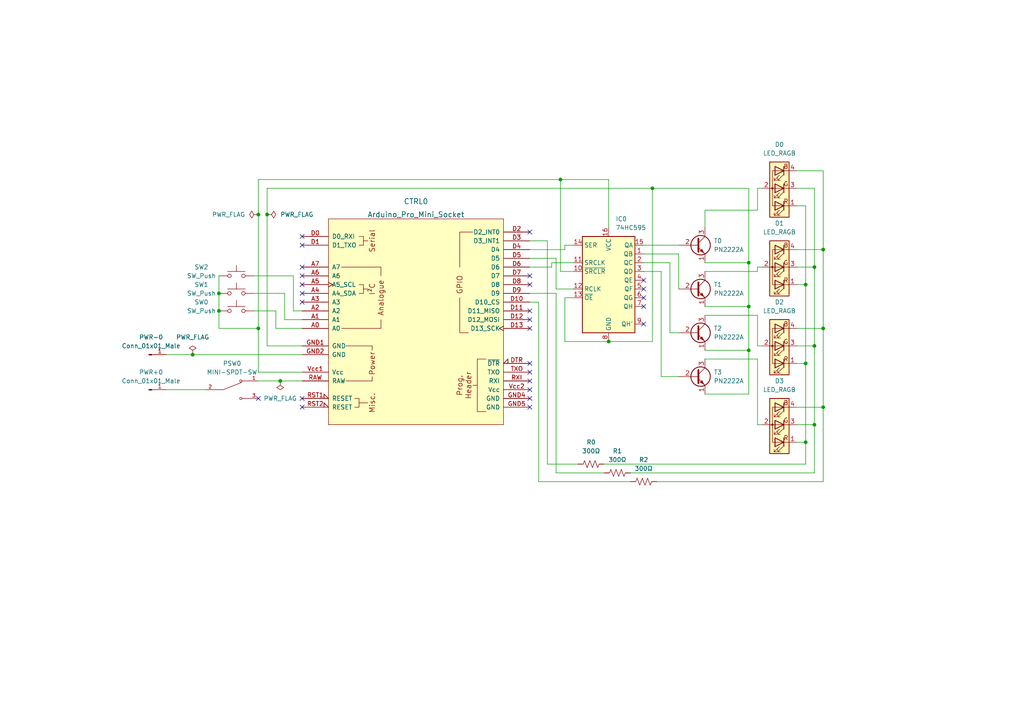
<source format=kicad_sch>
(kicad_sch (version 20211123) (generator eeschema)
  (paper "A4")
  (title_block (title "ath.ino") (date "2023-02-01") (rev "Original") (company "shawnd.xyz") (comment 1 "See github.com/shawnduong/ath for the code."))
  (lib_symbols
    (symbol "74xx:74HC595"
      (property "Reference" "U" (at -7.62 13.97 0))
      (property "Value" "74HC595" (at -7.62 -16.51 0))
      (symbol "74HC595_1_0"
        (pin tri_state line (at 10.16 7.62 180) (length 2.54) (name "QB") (number "1"))
        (pin input line (at -10.16 2.54 0) (length 2.54) (name "~{SRCLR}") (number "10"))
        (pin input line (at -10.16 5.08 0) (length 2.54) (name "SRCLK") (number "11"))
        (pin input line (at -10.16 -2.54 0) (length 2.54) (name "RCLK") (number "12"))
        (pin input line (at -10.16 -5.08 0) (length 2.54) (name "~{OE}") (number "13"))
        (pin input line (at -10.16 10.16 0) (length 2.54) (name "SER") (number "14"))
        (pin tri_state line (at 10.16 10.16 180) (length 2.54) (name "QA") (number "15"))
        (pin power_in line (at 0 15.24 270) (length 2.54) (name "VCC") (number "16"))
        (pin tri_state line (at 10.16 5.08 180) (length 2.54) (name "QC") (number "2"))
        (pin tri_state line (at 10.16 2.54 180) (length 2.54) (name "QD") (number "3"))
        (pin tri_state line (at 10.16 0 180) (length 2.54) (name "QE") (number "4"))
        (pin tri_state line (at 10.16 -2.54 180) (length 2.54) (name "QF") (number "5"))
        (pin tri_state line (at 10.16 -5.08 180) (length 2.54) (name "QG") (number "6"))
        (pin tri_state line (at 10.16 -7.62 180) (length 2.54) (name "QH") (number "7"))
        (pin power_in line (at 0 -17.78 90) (length 2.54) (name "GND") (number "8"))
        (pin output line (at 10.16 -12.7 180) (length 2.54) (name "QH'") (number "9"))
      )
      (symbol "74HC595_1_1"
        (rectangle (start -7.62 12.7) (end 7.62 -15.24) (stroke (width 0.254)) (fill (type background)))
      )
    )
    (symbol "Arduino_Library:Arduino_Pro_Mini_Socket" (pin_names (offset 1.016))
      (property "Reference" "XA" (at 2.54 0 90))
      (property "Value" "Arduino_Pro_Mini_Socket" (at -2.54 0 90))
      (symbol "Arduino_Pro_Mini_Socket_0_0"
        (rectangle (start -25.4 30.48) (end 25.4 -29.21) (fill (type background)))
        (polyline (pts (xy -15.24 10.16) (xy -13.97 10.16)))
        (polyline (pts (xy -15.24 24.13) (xy -13.97 24.13)))
        (polyline (pts (xy -13.97 -22.86) (xy -16.51 -22.86)))
        (polyline (pts (xy -20.32 -16.51) (xy -12.7 -16.51) (xy -12.7 -15.24)))
        (polyline (pts (xy -12.7 -7.62) (xy -12.7 -6.35) (xy -20.32 -6.35)))
        (polyline (pts (xy -10.16 1.27) (xy -10.16 -1.27) (xy -21.59 -1.27)))
        (polyline (pts (xy -10.16 13.97) (xy -10.16 16.51) (xy -21.59 16.51)))
        (polyline (pts (xy -16.51 11.43) (xy -15.24 11.43) (xy -15.24 8.89) (xy -16.51 8.89)))
        (polyline (pts (xy -16.51 25.4) (xy -15.24 25.4) (xy -15.24 22.86) (xy -16.51 22.86)))
        (polyline (pts (xy 20.32 -10.16) (xy 17.78 -10.16) (xy 17.78 -16.51) (xy 17.78 -17.78) (xy 16.51 -17.78) (xy 17.78 -17.78) (xy 17.78 -25.4) (xy 20.32 -25.4)))
        (text "Analogue" (at -10.16 7.62 900) (effects (font (size 1.524 1.524))))
        (text "Header" (at 15.24 -17.78 900) (effects (font (size 1.524 1.524))))
        (text "I²C" (at -12.7 10.16 900) (effects (font (size 1.524 1.524))))
        (text "Misc." (at -12.7 -22.86 900) (effects (font (size 1.524 1.524))))
        (text "Power" (at -12.7 -11.43 900) (effects (font (size 1.524 1.524))))
        (text "Prog." (at 12.7 -17.78 900) (effects (font (size 1.524 1.524))))
        (text "Serial" (at -12.7 24.13 900) (effects (font (size 1.524 1.524))))
      )
      (symbol "Arduino_Pro_Mini_Socket_0_1"
        (polyline (pts (xy 15.24 -2.54) (xy 12.7 -2.54) (xy 12.7 7.62)))
        (polyline (pts (xy 16.51 26.67) (xy 12.7 26.67) (xy 12.7 16.51)))
        (polyline (pts (xy -17.78 -24.13) (xy -16.51 -24.13) (xy -16.51 -21.59) (xy -17.78 -21.59)))
      )
      (symbol "Arduino_Pro_Mini_Socket_1_0"
        (text "GPIO" (at 12.7 11.43 900) (effects (font (size 1.524 1.524))))
      )
      (symbol "Arduino_Pro_Mini_Socket_1_1"
        (pin bidirectional line (at -33.02 -1.27 0) (length 7.62) (name "A0") (number "A0"))
        (pin bidirectional line (at -33.02 1.27 0) (length 7.62) (name "A1") (number "A1"))
        (pin bidirectional line (at -33.02 3.81 0) (length 7.62) (name "A2") (number "A2"))
        (pin bidirectional line (at -33.02 6.35 0) (length 7.62) (name "A3") (number "A3"))
        (pin bidirectional line (at -33.02 8.89 0) (length 7.62) (name "A4_SDA") (number "A4"))
        (pin bidirectional clock (at -33.02 11.43 0) (length 7.62) (name "A5_SCL") (number "A5"))
        (pin input line (at -33.02 13.97 0) (length 7.62) (name "A6") (number "A6"))
        (pin input line (at -33.02 16.51 0) (length 7.62) (name "A7") (number "A7"))
        (pin bidirectional line (at -33.02 25.4 0) (length 7.62) (name "D0_RXI") (number "D0"))
        (pin bidirectional line (at -33.02 22.86 0) (length 7.62) (name "D1_TXO") (number "D1"))
        (pin bidirectional line (at 33.02 6.35 180) (length 7.62) (name "D10_CS") (number "D10"))
        (pin bidirectional line (at 33.02 3.81 180) (length 7.62) (name "D11_MISO") (number "D11"))
        (pin bidirectional line (at 33.02 1.27 180) (length 7.62) (name "D12_MOSI") (number "D12"))
        (pin bidirectional clock (at 33.02 -1.27 180) (length 7.62) (name "D13_SCK") (number "D13"))
        (pin bidirectional line (at 33.02 26.67 180) (length 7.62) (name "D2_INT0") (number "D2"))
        (pin bidirectional line (at 33.02 24.13 180) (length 7.62) (name "D3_INT1") (number "D3"))
        (pin bidirectional line (at 33.02 21.59 180) (length 7.62) (name "D4") (number "D4"))
        (pin bidirectional line (at 33.02 19.05 180) (length 7.62) (name "D5") (number "D5"))
        (pin bidirectional line (at 33.02 16.51 180) (length 7.62) (name "D6") (number "D6"))
        (pin bidirectional line (at 33.02 13.97 180) (length 7.62) (name "D7") (number "D7"))
        (pin bidirectional line (at 33.02 11.43 180) (length 7.62) (name "D8") (number "D8"))
        (pin bidirectional line (at 33.02 8.89 180) (length 7.62) (name "D9") (number "D9"))
        (pin input input_low (at 33.02 -11.43 180) (length 7.62) (name "~{DTR}") (number "DTR"))
        (pin power_in line (at -33.02 -6.35 0) (length 7.62) (name "GND") (number "GND1"))
        (pin power_in line (at -33.02 -8.89 0) (length 7.62) (name "GND") (number "GND2"))
        (pin power_in line (at 33.02 -21.59 180) (length 7.62) (name "GND") (number "GND4"))
        (pin power_in line (at 33.02 -24.13 180) (length 7.62) (name "GND") (number "GND5"))
        (pin power_in line (at -33.02 -16.51 0) (length 7.62) (name "RAW") (number "RAW"))
        (pin open_collector input_low (at -33.02 -21.59 0) (length 7.62) (name "RESET") (number "RST1"))
        (pin open_collector input_low (at -33.02 -24.13 0) (length 7.62) (name "RESET") (number "RST2"))
        (pin input line (at 33.02 -16.51 180) (length 7.62) (name "RXI") (number "RXI"))
        (pin output line (at 33.02 -13.97 180) (length 7.62) (name "TXO") (number "TXO"))
        (pin power_in line (at -33.02 -13.97 0) (length 7.62) (name "Vcc") (number "Vcc1"))
        (pin power_in line (at 33.02 -19.05 180) (length 7.62) (name "Vcc") (number "Vcc2"))
      )
    )
    (symbol "Connector:Conn_01x01_Male" (pin_names (offset 1.016) hide)
      (property "Reference" "J" (at 0 2.54 0))
      (property "Value" "Conn_01x01_Male" (at 0 -2.54 0))
      (symbol "Conn_01x01_Male_1_1"
        (polyline (pts (xy 1.27 0) (xy 0.8636 0)) (stroke (width 0.1524)))
        (rectangle (start 0.8636 0.127) (end 0 -0.127) (stroke (width 0.1524)) (fill (type outline)))
        (pin passive line (at 5.08 0 180) (length 3.81) (name "Pin_1") (number "1"))
      )
    )
    (symbol "Device:LED_RAGB" (pin_names (offset 0) hide)
      (property "Reference" "D" (at 0 9.398 0))
      (property "Value" "LED_RAGB" (at 0 -8.89 0))
      (symbol "LED_RAGB_0_0"
        (text "B" (at -1.905 -6.35 0) (effects (font (size 1.27 1.27))))
        (text "G" (at -1.905 -1.27 0) (effects (font (size 1.27 1.27))))
        (text "R" (at -1.905 3.81 0) (effects (font (size 1.27 1.27))))
      )
      (symbol "LED_RAGB_0_1"
        (polyline (pts (xy -1.27 -5.08) (xy -2.54 -5.08)))
        (polyline (pts (xy -1.27 -5.08) (xy 1.27 -5.08)))
        (polyline (pts (xy -1.27 -3.81) (xy -1.27 -6.35)) (stroke (width 0.254)))
        (polyline (pts (xy -1.27 0) (xy -2.54 0)))
        (polyline (pts (xy -1.27 1.27) (xy -1.27 -1.27)) (stroke (width 0.254)))
        (polyline (pts (xy -1.27 5.08) (xy -2.54 5.08)))
        (polyline (pts (xy -1.27 5.08) (xy 1.27 5.08)))
        (polyline (pts (xy -1.27 6.35) (xy -1.27 3.81)) (stroke (width 0.254)))
        (polyline (pts (xy 1.27 0) (xy -1.27 0)))
        (polyline (pts (xy 1.27 0) (xy 2.54 0)))
        (polyline (pts (xy -1.27 1.27) (xy -1.27 -1.27) (xy -1.27 -1.27)))
        (polyline (pts (xy -1.27 6.35) (xy -1.27 3.81) (xy -1.27 3.81)))
        (polyline (pts (xy 1.27 -5.08) (xy 2.032 -5.08) (xy 2.032 5.08) (xy 1.27 5.08)))
        (polyline (pts (xy 1.27 -3.81) (xy 1.27 -6.35) (xy -1.27 -5.08) (xy 1.27 -3.81)) (stroke (width 0.254)))
        (polyline (pts (xy 1.27 1.27) (xy 1.27 -1.27) (xy -1.27 0) (xy 1.27 1.27)) (stroke (width 0.254)))
        (polyline (pts (xy 1.27 6.35) (xy 1.27 3.81) (xy -1.27 5.08) (xy 1.27 6.35)) (stroke (width 0.254)))
        (polyline (pts (xy -1.016 -3.81) (xy 0.508 -2.286) (xy -0.254 -2.286) (xy 0.508 -2.286) (xy 0.508 -3.048)))
        (polyline (pts (xy -1.016 1.27) (xy 0.508 2.794) (xy -0.254 2.794) (xy 0.508 2.794) (xy 0.508 2.032)))
        (polyline (pts (xy -1.016 6.35) (xy 0.508 7.874) (xy -0.254 7.874) (xy 0.508 7.874) (xy 0.508 7.112)))
        (polyline (pts (xy 0 -3.81) (xy 1.524 -2.286) (xy 0.762 -2.286) (xy 1.524 -2.286) (xy 1.524 -3.048)))
        (polyline (pts (xy 0 1.27) (xy 1.524 2.794) (xy 0.762 2.794) (xy 1.524 2.794) (xy 1.524 2.032)))
        (polyline (pts (xy 0 6.35) (xy 1.524 7.874) (xy 0.762 7.874) (xy 1.524 7.874) (xy 1.524 7.112)))
        (rectangle (start 1.27 -1.27) (end 1.27 1.27))
        (rectangle (start 1.27 1.27) (end 1.27 1.27))
        (rectangle (start 1.27 3.81) (end 1.27 6.35))
        (rectangle (start 1.27 6.35) (end 1.27 6.35))
        (circle (center 2.032 0) (radius 0.254) (fill (type outline)))
        (rectangle (start 2.794 8.382) (end -2.794 -7.62) (stroke (width 0.254)) (fill (type background)))
      )
      (symbol "LED_RAGB_1_1"
        (pin passive line (at -5.08 5.08 0) (length 2.54) (name "RK") (number "1"))
        (pin passive line (at 5.08 0 180) (length 2.54) (name "A") (number "2"))
        (pin passive line (at -5.08 0 0) (length 2.54) (name "GK") (number "3"))
        (pin passive line (at -5.08 -5.08 0) (length 2.54) (name "BK") (number "4"))
      )
    )
    (symbol "Device:R_US" (pin_numbers hide) (pin_names (offset 0))
      (property "Reference" "R" (at 2.54 0 90))
      (property "Value" "R_US" (at -2.54 0 90))
      (symbol "R_US_0_1"
        (polyline (pts (xy 0 -2.286) (xy 0 -2.54)))
        (polyline (pts (xy 0 2.286) (xy 0 2.54)))
        (polyline (pts (xy 0 -0.762) (xy 1.016 -1.143) (xy 0 -1.524) (xy -1.016 -1.905) (xy 0 -2.286)))
        (polyline (pts (xy 0 0.762) (xy 1.016 0.381) (xy 0 0) (xy -1.016 -0.381) (xy 0 -0.762)))
        (polyline (pts (xy 0 2.286) (xy 1.016 1.905) (xy 0 1.524) (xy -1.016 1.143) (xy 0 0.762)))
      )
      (symbol "R_US_1_1"
        (pin passive line (at 0 3.81 270) (length 1.27) (name "~") (number "1"))
        (pin passive line (at 0 -3.81 90) (length 1.27) (name "~") (number "2"))
      )
    )
    (symbol "MINI-SPDT-SW:MINI-SPDT-SW" (pin_names (offset 1.016))
      (property "Reference" "S" (at -2.54 5.08 0))
      (property "Value" "MINI-SPDT-SW" (at -2.54 -5.08 0))
      (symbol "MINI-SPDT-SW_0_0"
        (polyline (pts (xy -2.54 0) (xy -5.08 0)) (stroke (width 0.1524)))
        (polyline (pts (xy -2.54 0) (xy 2.794 2.1336)) (stroke (width 0.1524)))
        (polyline (pts (xy 5.08 -2.54) (xy 2.921 -2.54)) (stroke (width 0.1524)))
        (polyline (pts (xy 5.08 2.54) (xy 2.921 2.54)) (stroke (width 0.1524)))
        (circle (center 2.54 -2.54) (radius 0.3302) (stroke (width 0.1524)))
        (circle (center 2.54 2.54) (radius 0.3302) (stroke (width 0.1524)))
        (pin passive line (at 7.62 2.54 180) (length 2.54) (name "~") (number "1"))
        (pin passive line (at -7.62 0 0) (length 2.54) (name "~") (number "2"))
        (pin passive line (at 7.62 -2.54 180) (length 2.54) (name "~") (number "3"))
      )
    )
    (symbol "Switch:SW_Push" (pin_numbers hide) (pin_names (offset 1.016) hide)
      (property "Reference" "SW" (at 1.27 2.54 0))
      (property "Value" "SW_Push" (at 0 -1.524 0))
      (symbol "SW_Push_0_1"
        (circle (center -2.032 0) (radius 0.508))
        (polyline (pts (xy 0 1.27) (xy 0 3.048)))
        (polyline (pts (xy 2.54 1.27) (xy -2.54 1.27)))
        (circle (center 2.032 0) (radius 0.508))
        (pin passive line (at -5.08 0 0) (length 2.54) (name "1") (number "1"))
        (pin passive line (at 5.08 0 180) (length 2.54) (name "2") (number "2"))
      )
    )
    (symbol "Transistor_BJT:PN2222A" (pin_names (offset 0) hide)
      (property "Reference" "Q" (at 5.08 1.905 0))
      (property "Value" "PN2222A" (at 5.08 0 0))
      (symbol "PN2222A_0_1"
        (polyline (pts (xy 0 0) (xy 0.635 0)))
        (polyline (pts (xy 2.54 -2.54) (xy 0.635 -0.635)))
        (polyline (pts (xy 2.54 2.54) (xy 0.635 0.635)))
        (polyline (pts (xy 0.635 1.905) (xy 0.635 -1.905) (xy 0.635 -1.905)) (stroke (width 0.508)))
        (polyline (pts (xy 2.413 -2.413) (xy 1.905 -1.905) (xy 1.905 -1.905)))
        (polyline (pts (xy 1.143 -1.651) (xy 1.651 -1.143) (xy 2.159 -2.159) (xy 1.143 -1.651) (xy 1.143 -1.651)) (fill (type outline)))
        (circle (center 1.27 0) (radius 2.8194) (stroke (width 0.254)))
      )
      (symbol "PN2222A_1_1"
        (pin passive line (at 2.54 -5.08 90) (length 2.54) (name "E") (number "1"))
        (pin input line (at -5.08 0 0) (length 5.08) (name "B") (number "2"))
        (pin passive line (at 2.54 5.08 270) (length 2.54) (name "C") (number "3"))
      )
    )
    (symbol "power:PWR_FLAG" (power) (pin_numbers hide) (pin_names (offset 0) hide)
      (property "Value" "PWR_FLAG" (at 0 3.81 0))
      (symbol "PWR_FLAG_0_0"
        (pin power_out line (at 0 0 90) (length 0) (name "pwr") (number "1"))
      )
      (symbol "PWR_FLAG_0_1"
        (polyline (pts (xy 0 0) (xy 0 1.27) (xy -1.016 1.905) (xy 0 2.54) (xy 1.016 1.905) (xy 0 1.27)))
      )
    )
  )
  (junction (at 176.53 99.06))
  (junction (at 74.93 62.23))
  (junction (at 162.56 52.07))
  (junction (at 238.76 95.25))
  (junction (at 217.17 76.2))
  (junction (at 238.76 118.11))
  (junction (at 77.47 62.23))
  (junction (at 238.76 72.39))
  (junction (at 217.17 101.6))
  (junction (at 63.5 85.09))
  (junction (at 74.93 95.25))
  (junction (at 81.28 110.49))
  (junction (at 55.88 102.87))
  (junction (at 236.22 100.33))
  (junction (at 189.23 54.61))
  (junction (at 63.5 90.17))
  (junction (at 233.68 82.55))
  (junction (at 236.22 77.47))
  (junction (at 236.22 123.19))
  (junction (at 233.68 105.41))
  (junction (at 233.68 128.27))
  (junction (at 217.17 88.9))
  (no_connect (at 153.67 113.03))
  (no_connect (at 87.63 80.01))
  (no_connect (at 87.63 87.63))
  (no_connect (at 153.67 67.31))
  (no_connect (at 186.69 83.82))
  (no_connect (at 74.93 115.57))
  (no_connect (at 87.63 82.55))
  (no_connect (at 87.63 77.47))
  (no_connect (at 153.67 115.57))
  (no_connect (at 153.67 95.25))
  (no_connect (at 87.63 118.11))
  (no_connect (at 186.69 88.9))
  (no_connect (at 153.67 118.11))
  (no_connect (at 153.67 107.95))
  (no_connect (at 153.67 110.49))
  (no_connect (at 153.67 92.71))
  (no_connect (at 153.67 105.41))
  (no_connect (at 186.69 93.98))
  (no_connect (at 186.69 86.36))
  (no_connect (at 186.69 81.28))
  (no_connect (at 153.67 80.01))
  (no_connect (at 87.63 85.09))
  (no_connect (at 87.63 68.58))
  (no_connect (at 153.67 82.55))
  (no_connect (at 87.63 71.12))
  (no_connect (at 153.67 90.17))
  (no_connect (at 87.63 115.57))
  (wire (pts (xy 74.93 62.23) (xy 74.93 95.25)))
  (wire (pts (xy 191.77 78.74) (xy 186.69 78.74)))
  (wire (pts (xy 219.71 78.74) (xy 219.71 77.47)))
  (wire (pts (xy 204.47 76.2) (xy 217.17 76.2)))
  (wire (pts (xy 194.31 96.52) (xy 194.31 76.2)))
  (wire (pts (xy 82.55 85.09) (xy 82.55 92.71)))
  (wire (pts (xy 231.14 77.47) (xy 236.22 77.47)))
  (wire (pts (xy 233.68 59.69) (xy 233.68 82.55)))
  (wire (pts (xy 196.85 96.52) (xy 194.31 96.52)))
  (wire (pts (xy 55.88 102.87) (xy 87.63 102.87)))
  (wire (pts (xy 81.28 110.49) (xy 87.63 110.49)))
  (wire (pts (xy 74.93 95.25) (xy 74.93 107.95)))
  (wire (pts (xy 231.14 54.61) (xy 236.22 54.61)))
  (wire (pts (xy 73.66 90.17) (xy 80.01 90.17)))
  (wire (pts (xy 204.47 60.96) (xy 219.71 60.96)))
  (wire (pts (xy 153.67 72.39) (xy 163.83 72.39)))
  (wire (pts (xy 166.37 78.74) (xy 162.56 78.74)))
  (wire (pts (xy 161.29 74.93) (xy 153.67 74.93)))
  (wire (pts (xy 162.56 52.07) (xy 162.56 78.74)))
  (wire (pts (xy 238.76 49.53) (xy 231.14 49.53)))
  (wire (pts (xy 231.14 118.11) (xy 238.76 118.11)))
  (wire (pts (xy 233.68 128.27) (xy 233.68 105.41)))
  (wire (pts (xy 166.37 86.36) (xy 163.83 86.36)))
  (wire (pts (xy 233.68 128.27) (xy 233.68 134.62)))
  (wire (pts (xy 219.71 77.47) (xy 220.98 77.47)))
  (wire (pts (xy 74.93 107.95) (xy 87.63 107.95)))
  (wire (pts (xy 236.22 123.19) (xy 236.22 137.16)))
  (wire (pts (xy 85.09 80.01) (xy 85.09 90.17)))
  (wire (pts (xy 162.56 52.07) (xy 176.53 52.07)))
  (wire (pts (xy 48.26 113.03) (xy 59.69 113.03)))
  (wire (pts (xy 77.47 62.23) (xy 77.47 100.33)))
  (wire (pts (xy 80.01 95.25) (xy 87.63 95.25)))
  (wire (pts (xy 231.14 82.55) (xy 233.68 82.55)))
  (wire (pts (xy 166.37 83.82) (xy 161.29 83.82)))
  (wire (pts (xy 161.29 85.09) (xy 153.67 85.09)))
  (wire (pts (xy 236.22 137.16) (xy 182.88 137.16)))
  (wire (pts (xy 204.47 104.14) (xy 219.71 104.14)))
  (wire (pts (xy 204.47 66.04) (xy 204.47 60.96)))
  (wire (pts (xy 176.53 52.07) (xy 176.53 66.04)))
  (wire (pts (xy 182.88 139.7) (xy 156.21 139.7)))
  (wire (pts (xy 153.67 77.47) (xy 160.02 77.47)))
  (wire (pts (xy 48.26 102.87) (xy 55.88 102.87)))
  (wire (pts (xy 231.14 95.25) (xy 238.76 95.25)))
  (wire (pts (xy 161.29 137.16) (xy 161.29 85.09)))
  (wire (pts (xy 231.14 123.19) (xy 236.22 123.19)))
  (wire (pts (xy 166.37 76.2) (xy 160.02 76.2)))
  (wire (pts (xy 217.17 114.3) (xy 217.17 101.6)))
  (wire (pts (xy 163.83 99.06) (xy 176.53 99.06)))
  (wire (pts (xy 158.75 69.85) (xy 153.67 69.85)))
  (wire (pts (xy 161.29 83.82) (xy 161.29 74.93)))
  (wire (pts (xy 204.47 78.74) (xy 219.71 78.74)))
  (wire (pts (xy 231.14 128.27) (xy 233.68 128.27)))
  (wire (pts (xy 63.5 95.25) (xy 63.5 90.17)))
  (wire (pts (xy 166.37 71.12) (xy 163.83 71.12)))
  (wire (pts (xy 238.76 118.11) (xy 238.76 95.25)))
  (wire (pts (xy 189.23 99.06) (xy 176.53 99.06)))
  (wire (pts (xy 219.71 60.96) (xy 219.71 54.61)))
  (wire (pts (xy 196.85 83.82) (xy 196.85 73.66)))
  (wire (pts (xy 189.23 54.61) (xy 189.23 99.06)))
  (wire (pts (xy 77.47 54.61) (xy 77.47 62.23)))
  (wire (pts (xy 219.71 54.61) (xy 220.98 54.61)))
  (wire (pts (xy 77.47 54.61) (xy 189.23 54.61)))
  (wire (pts (xy 186.69 76.2) (xy 194.31 76.2)))
  (wire (pts (xy 80.01 90.17) (xy 80.01 95.25)))
  (wire (pts (xy 219.71 123.19) (xy 220.98 123.19)))
  (wire (pts (xy 238.76 95.25) (xy 238.76 72.39)))
  (wire (pts (xy 217.17 76.2) (xy 217.17 88.9)))
  (wire (pts (xy 73.66 85.09) (xy 82.55 85.09)))
  (wire (pts (xy 204.47 114.3) (xy 217.17 114.3)))
  (wire (pts (xy 160.02 76.2) (xy 160.02 77.47)))
  (wire (pts (xy 156.21 87.63) (xy 153.67 87.63)))
  (wire (pts (xy 196.85 109.22) (xy 191.77 109.22)))
  (wire (pts (xy 85.09 90.17) (xy 87.63 90.17)))
  (wire (pts (xy 238.76 139.7) (xy 190.5 139.7)))
  (wire (pts (xy 158.75 134.62) (xy 158.75 69.85)))
  (wire (pts (xy 73.66 80.01) (xy 85.09 80.01)))
  (wire (pts (xy 233.68 134.62) (xy 175.26 134.62)))
  (wire (pts (xy 219.71 91.44) (xy 219.71 100.33)))
  (wire (pts (xy 217.17 101.6) (xy 217.17 88.9)))
  (wire (pts (xy 219.71 104.14) (xy 219.71 123.19)))
  (wire (pts (xy 63.5 85.09) (xy 63.5 80.01)))
  (wire (pts (xy 163.83 86.36) (xy 163.83 99.06)))
  (wire (pts (xy 87.63 100.33) (xy 77.47 100.33)))
  (wire (pts (xy 204.47 91.44) (xy 219.71 91.44)))
  (wire (pts (xy 219.71 100.33) (xy 220.98 100.33)))
  (wire (pts (xy 204.47 101.6) (xy 217.17 101.6)))
  (wire (pts (xy 236.22 123.19) (xy 236.22 100.33)))
  (wire (pts (xy 63.5 90.17) (xy 63.5 85.09)))
  (wire (pts (xy 186.69 73.66) (xy 196.85 73.66)))
  (wire (pts (xy 231.14 105.41) (xy 233.68 105.41)))
  (wire (pts (xy 236.22 100.33) (xy 236.22 77.47)))
  (wire (pts (xy 175.26 137.16) (xy 161.29 137.16)))
  (wire (pts (xy 238.76 118.11) (xy 238.76 139.7)))
  (wire (pts (xy 231.14 100.33) (xy 236.22 100.33)))
  (wire (pts (xy 82.55 92.71) (xy 87.63 92.71)))
  (wire (pts (xy 231.14 72.39) (xy 238.76 72.39)))
  (wire (pts (xy 167.64 134.62) (xy 158.75 134.62)))
  (wire (pts (xy 233.68 105.41) (xy 233.68 82.55)))
  (wire (pts (xy 156.21 139.7) (xy 156.21 87.63)))
  (wire (pts (xy 217.17 76.2) (xy 217.17 54.61)))
  (wire (pts (xy 231.14 59.69) (xy 233.68 59.69)))
  (wire (pts (xy 163.83 71.12) (xy 163.83 72.39)))
  (wire (pts (xy 189.23 54.61) (xy 217.17 54.61)))
  (wire (pts (xy 236.22 77.47) (xy 236.22 54.61)))
  (wire (pts (xy 74.93 52.07) (xy 74.93 62.23)))
  (wire (pts (xy 63.5 95.25) (xy 74.93 95.25)))
  (wire (pts (xy 238.76 72.39) (xy 238.76 49.53)))
  (wire (pts (xy 191.77 109.22) (xy 191.77 78.74)))
  (wire (pts (xy 74.93 52.07) (xy 162.56 52.07)))
  (wire (pts (xy 74.93 110.49) (xy 81.28 110.49)))
  (wire (pts (xy 186.69 71.12) (xy 196.85 71.12)))
  (wire (pts (xy 204.47 88.9) (xy 217.17 88.9)))
  (symbol (lib_id "Device:LED_RAGB") (at 226.06 54.61 180) (unit 1)
    (property "Reference" "D0" (at 226.06 41.91 0))
    (property "Value" "LED_RAGB" (at 226.06 44.45 0))
    (property "Footprint" "LED_THT:LED_D5.0mm-4_RGB_Wide_Pins" (effects hide))
  )
  (symbol (lib_id "power:PWR_FLAG") (at 77.47 62.23 270) (unit 1)
    (property "Reference" "#FLG04" (effects hide))
    (property "Value" "PWR_FLAG" (at 81.28 62.2299 90) (effects (justify left)))
  )
  (symbol (lib_id "Switch:SW_Push") (at 68.58 90.17 0) (unit 1)
    (property "Reference" "SW0" (at 58.42 87.63 0))
    (property "Value" "SW_Push" (at 58.42 90.17 0))
    (property "Footprint" "Button_Switch_THT:SW_PUSH_6mm_H4.3mm" (effects hide))
  )
  (symbol (lib_id "power:PWR_FLAG") (at 81.28 110.49 180) (unit 1)
    (property "Reference" "#FLG02" (effects hide))
    (property "Value" "PWR_FLAG" (at 81.28 115.57 0))
  )
  (symbol (lib_id "Switch:SW_Push") (at 68.58 85.09 0) (unit 1)
    (property "Reference" "SW1" (at 58.42 82.55 0))
    (property "Value" "SW_Push" (at 58.42 85.09 0))
    (property "Footprint" "Button_Switch_THT:SW_PUSH_6mm_H4.3mm" (effects hide))
  )
  (symbol (lib_id "power:PWR_FLAG") (at 55.88 102.87 0) (unit 1)
    (property "Reference" "#FLG01" (effects hide))
    (property "Value" "PWR_FLAG" (at 55.88 97.79 0))
  )
  (symbol (lib_id "Device:LED_RAGB") (at 226.06 77.47 180) (unit 1)
    (property "Reference" "D1" (at 226.06 64.77 0))
    (property "Value" "LED_RAGB" (at 226.06 67.31 0))
    (property "Footprint" "LED_THT:LED_D5.0mm-4_RGB_Wide_Pins" (effects hide))
  )
  (symbol (lib_id "Switch:SW_Push") (at 68.58 80.01 0) (unit 1)
    (property "Reference" "SW2" (at 58.42 77.47 0))
    (property "Value" "SW_Push" (at 58.42 80.01 0))
    (property "Footprint" "Button_Switch_THT:SW_PUSH_6mm_H4.3mm" (effects hide))
  )
  (symbol (lib_id "Connector:Conn_01x01_Male") (at 43.18 113.03 0) (unit 1)
    (property "Reference" "PWR+0" (at 43.815 107.95 0))
    (property "Value" "Conn_01x01_Male" (at 43.815 110.49 0))
    (property "Footprint" "TestPoint:TestPoint_Pad_D2.0mm" (effects hide))
  )
  (symbol (lib_id "Transistor_BJT:PN2222A") (at 201.93 96.52 0) (unit 1)
    (property "Reference" "T2" (at 207.01 95.2499 0) (effects (justify left)))
    (property "Value" "PN2222A" (at 207.01 97.7899 0) (effects (justify left)))
    (property "Footprint" "Package_TO_SOT_THT:TO-92_Inline" (effects hide))
    (property "Datasheet" "https://www.onsemi.com/pub/Collateral/PN2222-D.PDF" (effects hide))
  )
  (symbol (lib_id "Device:LED_RAGB") (at 226.06 100.33 180) (unit 1)
    (property "Reference" "D2" (at 226.06 87.63 0))
    (property "Value" "LED_RAGB" (at 226.06 90.17 0))
    (property "Footprint" "LED_THT:LED_D5.0mm-4_RGB_Wide_Pins" (effects hide))
  )
  (symbol (lib_id "Transistor_BJT:PN2222A") (at 201.93 71.12 0) (unit 1)
    (property "Reference" "T0" (at 207.01 69.8499 0) (effects (justify left)))
    (property "Value" "PN2222A" (at 207.01 72.3899 0) (effects (justify left)))
    (property "Footprint" "Package_TO_SOT_THT:TO-92_Inline" (effects hide))
    (property "Datasheet" "https://www.onsemi.com/pub/Collateral/PN2222-D.PDF" (effects hide))
  )
  (symbol (lib_id "power:PWR_FLAG") (at 74.93 62.23 90) (unit 1)
    (property "Reference" "#FLG03" (effects hide))
    (property "Value" "PWR_FLAG" (at 71.12 62.2299 90) (effects (justify left)))
  )
  (symbol (lib_id "Arduino_Library:Arduino_Pro_Mini_Socket") (at 120.65 93.98 0) (unit 1)
    (property "Reference" "CTRL0" (at 120.65 58.42 0) (effects (font (size 1.524 1.524))))
    (property "Value" "Arduino_Pro_Mini_Socket" (at 120.65 62.23 0) (effects (font (size 1.524 1.524))))
    (property "Footprint" "Arduino_Library:Arduino_Pro_Mini_Socket" (effects hide))
    (property "Datasheet" "https://docs.arduino.cc/retired/boards/arduino-pro-mini" (effects hide))
  )
  (symbol (lib_id "Device:LED_RAGB") (at 226.06 123.19 180) (unit 1)
    (property "Reference" "D3" (at 226.06 110.49 0))
    (property "Value" "LED_RAGB" (at 226.06 113.03 0))
    (property "Footprint" "LED_THT:LED_D5.0mm-4_RGB_Wide_Pins" (effects hide))
  )
  (symbol (lib_id "Device:R_US") (at 179.07 137.16 90) (unit 1)
    (property "Reference" "R1" (at 179.07 130.81 90))
    (property "Value" "300Ω" (at 179.07 133.35 90))
    (property "Footprint" "Resistor_THT:R_Axial_DIN0204_L3.6mm_D1.6mm_P7.62mm_Horizontal" (effects hide))
  )
  (symbol (lib_id "MINI-SPDT-SW:MINI-SPDT-SW") (at 67.31 113.03 0) (unit 1)
    (property "Reference" "PSW0" (at 67.31 105.41 0))
    (property "Value" "MINI-SPDT-SW" (at 67.31 107.95 0))
    (property "Footprint" "MINI-SPDT-SW:SW_MINI-SPDT-SW" (effects hide))
    (property "MANUFACTURER" "GRAVITECH" (effects hide))
    (property "PARTREV" "C" (effects hide))
    (property "STANDARD" "Manufacturer Recommendations" (effects hide))
  )
  (symbol (lib_id "Transistor_BJT:PN2222A") (at 201.93 109.22 0) (unit 1)
    (property "Reference" "T3" (at 207.01 107.9499 0) (effects (justify left)))
    (property "Value" "PN2222A" (at 207.01 110.4899 0) (effects (justify left)))
    (property "Footprint" "Package_TO_SOT_THT:TO-92_Inline" (effects hide))
    (property "Datasheet" "https://www.onsemi.com/pub/Collateral/PN2222-D.PDF" (effects hide))
  )
  (symbol (lib_id "74xx:74HC595") (at 176.53 81.28 0) (unit 1)
    (property "Reference" "IC0" (at 178.5494 63.5 0) (effects (justify left)))
    (property "Value" "74HC595" (at 178.5494 66.04 0) (effects (justify left)))
    (property "Footprint" "SN74HC595N:DIP794W45P254L1969H508Q16" (effects hide))
    (property "Datasheet" "http://www.ti.com/lit/ds/symlink/sn74hc595.pdf" (effects hide))
  )
  (symbol (lib_id "Connector:Conn_01x01_Male") (at 43.18 102.87 0) (unit 1)
    (property "Reference" "PWR-0" (at 43.815 97.79 0))
    (property "Value" "Conn_01x01_Male" (at 43.815 100.33 0))
    (property "Footprint" "TestPoint:TestPoint_Pad_D2.0mm" (effects hide))
  )
  (symbol (lib_id "Transistor_BJT:PN2222A") (at 201.93 83.82 0) (unit 1)
    (property "Reference" "T1" (at 207.01 82.5499 0) (effects (justify left)))
    (property "Value" "PN2222A" (at 207.01 85.0899 0) (effects (justify left)))
    (property "Footprint" "Package_TO_SOT_THT:TO-92_Inline" (effects hide))
    (property "Datasheet" "https://www.onsemi.com/pub/Collateral/PN2222-D.PDF" (effects hide))
  )
  (symbol (lib_id "Device:R_US") (at 171.45 134.62 90) (unit 1)
    (property "Reference" "R0" (at 171.45 128.27 90))
    (property "Value" "300Ω" (at 171.45 130.81 90))
    (property "Footprint" "Resistor_THT:R_Axial_DIN0204_L3.6mm_D1.6mm_P7.62mm_Horizontal" (effects hide))
  )
  (symbol (lib_id "Device:R_US") (at 186.69 139.7 90) (unit 1)
    (property "Reference" "R2" (at 186.69 133.35 90))
    (property "Value" "300Ω" (at 186.69 135.89 90))
    (property "Footprint" "Resistor_THT:R_Axial_DIN0204_L3.6mm_D1.6mm_P7.62mm_Horizontal" (effects hide))
  )
)
</source>
